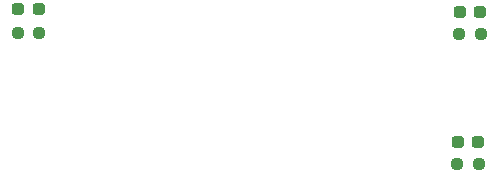
<source format=gtp>
G04 #@! TF.GenerationSoftware,KiCad,Pcbnew,8.0.7*
G04 #@! TF.CreationDate,2025-01-20T10:56:57-06:00*
G04 #@! TF.ProjectId,Digit,44696769-742e-46b6-9963-61645f706362,1.2*
G04 #@! TF.SameCoordinates,Original*
G04 #@! TF.FileFunction,Paste,Top*
G04 #@! TF.FilePolarity,Positive*
%FSLAX46Y46*%
G04 Gerber Fmt 4.6, Leading zero omitted, Abs format (unit mm)*
G04 Created by KiCad (PCBNEW 8.0.7) date 2025-01-20 10:56:57*
%MOMM*%
%LPD*%
G01*
G04 APERTURE LIST*
G04 Aperture macros list*
%AMRoundRect*
0 Rectangle with rounded corners*
0 $1 Rounding radius*
0 $2 $3 $4 $5 $6 $7 $8 $9 X,Y pos of 4 corners*
0 Add a 4 corners polygon primitive as box body*
4,1,4,$2,$3,$4,$5,$6,$7,$8,$9,$2,$3,0*
0 Add four circle primitives for the rounded corners*
1,1,$1+$1,$2,$3*
1,1,$1+$1,$4,$5*
1,1,$1+$1,$6,$7*
1,1,$1+$1,$8,$9*
0 Add four rect primitives between the rounded corners*
20,1,$1+$1,$2,$3,$4,$5,0*
20,1,$1+$1,$4,$5,$6,$7,0*
20,1,$1+$1,$6,$7,$8,$9,0*
20,1,$1+$1,$8,$9,$2,$3,0*%
G04 Aperture macros list end*
%ADD10RoundRect,0.237500X-0.287500X-0.237500X0.287500X-0.237500X0.287500X0.237500X-0.287500X0.237500X0*%
%ADD11RoundRect,0.237500X0.250000X0.237500X-0.250000X0.237500X-0.250000X-0.237500X0.250000X-0.237500X0*%
%ADD12RoundRect,0.237500X0.287500X0.237500X-0.287500X0.237500X-0.287500X-0.237500X0.287500X-0.237500X0*%
%ADD13RoundRect,0.237500X-0.250000X-0.237500X0.250000X-0.237500X0.250000X0.237500X-0.250000X0.237500X0*%
G04 APERTURE END LIST*
D10*
X26495000Y-39400000D03*
X28245000Y-39400000D03*
D11*
X65482500Y-52505000D03*
X63657500Y-52505000D03*
D12*
X65470000Y-50605000D03*
X63720000Y-50605000D03*
D13*
X63857500Y-41505000D03*
X65682500Y-41505000D03*
X26457500Y-41405000D03*
X28282500Y-41405000D03*
D10*
X63895000Y-39605000D03*
X65645000Y-39605000D03*
M02*

</source>
